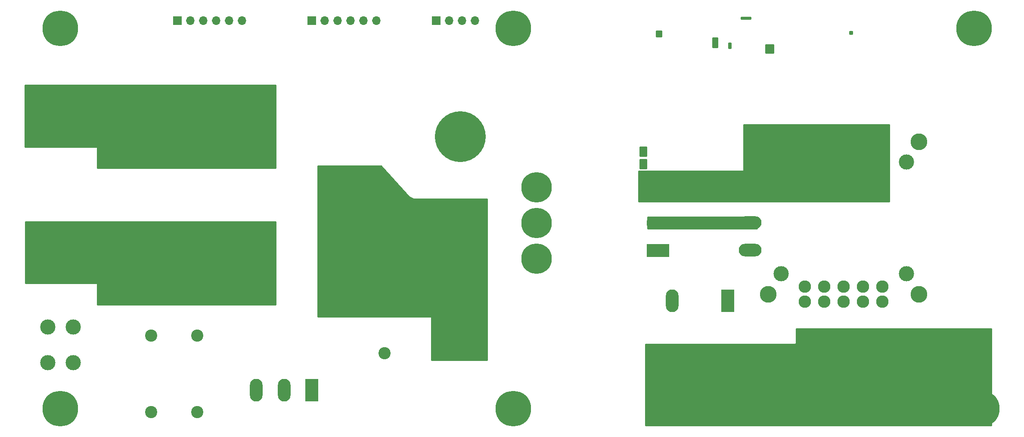
<source format=gbs>
G04 #@! TF.FileFunction,Soldermask,Bot*
%FSLAX46Y46*%
G04 Gerber Fmt 4.6, Leading zero omitted, Abs format (unit mm)*
G04 Created by KiCad (PCBNEW 4.0.7) date 06/29/18 00:02:58*
%MOMM*%
%LPD*%
G01*
G04 APERTURE LIST*
%ADD10C,0.100000*%
%ADD11R,4.500000X2.500000*%
%ADD12O,4.500000X2.500000*%
%ADD13C,6.000000*%
%ADD14C,2.450000*%
%ADD15C,3.300000*%
%ADD16C,3.000000*%
%ADD17C,7.000000*%
%ADD18R,2.500000X4.500000*%
%ADD19O,2.500000X4.500000*%
%ADD20C,10.000000*%
%ADD21C,2.400000*%
%ADD22R,1.700000X1.700000*%
%ADD23O,1.700000X1.700000*%
%ADD24C,0.254000*%
G04 APERTURE END LIST*
D10*
D11*
X245600000Y-110450000D03*
D12*
X245600000Y-115900000D03*
X245600000Y-121350000D03*
D13*
X203600000Y-123000000D03*
X203600000Y-116000000D03*
X203600000Y-109000000D03*
X163600000Y-109000000D03*
X163600000Y-116000000D03*
X163600000Y-123000000D03*
D14*
X256380000Y-101500000D03*
X260190000Y-101500000D03*
X264000000Y-101500000D03*
X267810000Y-101500000D03*
X271620000Y-101500000D03*
X271620000Y-98500000D03*
X267810000Y-98500000D03*
X264000000Y-98500000D03*
X260190000Y-98500000D03*
X256380000Y-98500000D03*
D15*
X249180000Y-100000000D03*
X278820000Y-100000000D03*
D16*
X251680000Y-104000000D03*
X276320000Y-104000000D03*
D17*
X199000000Y-77600000D03*
X110000000Y-77600000D03*
X289600000Y-77600000D03*
X199000000Y-152600000D03*
X291172000Y-152600000D03*
X110000000Y-152600000D03*
D11*
X227500000Y-121400000D03*
D12*
X227500000Y-115950000D03*
X227500000Y-110500000D03*
D18*
X159400000Y-148900000D03*
D19*
X153950000Y-148900000D03*
X148500000Y-148900000D03*
D20*
X188600000Y-99000000D03*
X188600000Y-126200000D03*
X147400000Y-126200000D03*
X147400000Y-99000000D03*
D16*
X110000000Y-118300000D03*
X110000000Y-125300000D03*
X115000000Y-118300000D03*
X105000000Y-118300000D03*
X115000000Y-125300000D03*
X105000000Y-125300000D03*
X110000000Y-91500000D03*
X110000000Y-98500000D03*
X115000000Y-91500000D03*
X105000000Y-91500000D03*
X115000000Y-98500000D03*
X105000000Y-98500000D03*
D14*
X271620000Y-128500000D03*
X267810000Y-128500000D03*
X264000000Y-128500000D03*
X260190000Y-128500000D03*
X256380000Y-128500000D03*
X256380000Y-131500000D03*
X260190000Y-131500000D03*
X264000000Y-131500000D03*
X267810000Y-131500000D03*
X271620000Y-131500000D03*
D15*
X278820000Y-130000000D03*
X249180000Y-130000000D03*
D16*
X276320000Y-126000000D03*
X251680000Y-126000000D03*
X251400000Y-149500000D03*
X251400000Y-154500000D03*
X258400000Y-149500000D03*
X258400000Y-154500000D03*
X226500000Y-149500000D03*
X226500000Y-154500000D03*
X233500000Y-149500000D03*
X233500000Y-154500000D03*
D21*
X188700000Y-141600000D03*
X173700000Y-141600000D03*
D22*
X159420000Y-76100000D03*
D23*
X161960000Y-76100000D03*
X164500000Y-76100000D03*
X167040000Y-76100000D03*
X169580000Y-76100000D03*
X172120000Y-76100000D03*
D22*
X183860000Y-76100000D03*
D23*
X186400000Y-76100000D03*
X188940000Y-76100000D03*
X191480000Y-76100000D03*
D22*
X133000000Y-76100000D03*
D23*
X135540000Y-76100000D03*
X138080000Y-76100000D03*
X140620000Y-76100000D03*
X143160000Y-76100000D03*
X145700000Y-76100000D03*
D16*
X112500000Y-136500000D03*
X107500000Y-136500000D03*
X112500000Y-143500000D03*
X107500000Y-143500000D03*
D21*
X127800000Y-153200000D03*
X127800000Y-138200000D03*
X136900000Y-138200000D03*
X136900000Y-153200000D03*
D18*
X241200000Y-131300000D03*
D19*
X230300000Y-131300000D03*
D24*
G36*
X245673000Y-75773000D02*
X243827000Y-75773000D01*
X243827000Y-75427000D01*
X245673000Y-75427000D01*
X245673000Y-75773000D01*
X245673000Y-75773000D01*
G37*
X245673000Y-75773000D02*
X243827000Y-75773000D01*
X243827000Y-75427000D01*
X245673000Y-75427000D01*
X245673000Y-75773000D01*
G36*
X241773000Y-81523000D02*
X241377000Y-81523000D01*
X241377000Y-80477000D01*
X241773000Y-80477000D01*
X241773000Y-81523000D01*
X241773000Y-81523000D01*
G37*
X241773000Y-81523000D02*
X241377000Y-81523000D01*
X241377000Y-80477000D01*
X241773000Y-80477000D01*
X241773000Y-81523000D01*
G36*
X228173000Y-79273000D02*
X227127000Y-79273000D01*
X227127000Y-78127000D01*
X228173000Y-78127000D01*
X228173000Y-79273000D01*
X228173000Y-79273000D01*
G37*
X228173000Y-79273000D02*
X227127000Y-79273000D01*
X227127000Y-78127000D01*
X228173000Y-78127000D01*
X228173000Y-79273000D01*
G36*
X239173000Y-81373000D02*
X238227000Y-81373000D01*
X238227000Y-79527000D01*
X239173000Y-79527000D01*
X239173000Y-81373000D01*
X239173000Y-81373000D01*
G37*
X239173000Y-81373000D02*
X238227000Y-81373000D01*
X238227000Y-79527000D01*
X239173000Y-79527000D01*
X239173000Y-81373000D01*
G36*
X250173000Y-82473000D02*
X248627000Y-82473000D01*
X248627000Y-80827000D01*
X250173000Y-80827000D01*
X250173000Y-82473000D01*
X250173000Y-82473000D01*
G37*
X250173000Y-82473000D02*
X248627000Y-82473000D01*
X248627000Y-80827000D01*
X250173000Y-80827000D01*
X250173000Y-82473000D01*
G36*
X265673000Y-78773000D02*
X265127000Y-78773000D01*
X265127000Y-78227000D01*
X265673000Y-78227000D01*
X265673000Y-78773000D01*
X265673000Y-78773000D01*
G37*
X265673000Y-78773000D02*
X265127000Y-78773000D01*
X265127000Y-78227000D01*
X265673000Y-78227000D01*
X265673000Y-78773000D01*
G36*
X225173000Y-102773000D02*
X223927000Y-102773000D01*
X223927000Y-101027000D01*
X225173000Y-101027000D01*
X225173000Y-102773000D01*
X225173000Y-102773000D01*
G37*
X225173000Y-102773000D02*
X223927000Y-102773000D01*
X223927000Y-101027000D01*
X225173000Y-101027000D01*
X225173000Y-102773000D01*
G36*
X225173000Y-105273000D02*
X223927000Y-105273000D01*
X223927000Y-103427000D01*
X225173000Y-103427000D01*
X225173000Y-105273000D01*
X225173000Y-105273000D01*
G37*
X225173000Y-105273000D02*
X223927000Y-105273000D01*
X223927000Y-103427000D01*
X225173000Y-103427000D01*
X225173000Y-105273000D01*
G36*
X272973000Y-111773000D02*
X223627000Y-111773000D01*
X223627000Y-105727000D01*
X244200000Y-105727000D01*
X244249410Y-105716994D01*
X244291035Y-105688553D01*
X244318315Y-105646159D01*
X244327000Y-105600000D01*
X244327000Y-96627000D01*
X272973000Y-96627000D01*
X272973000Y-111773000D01*
X272973000Y-111773000D01*
G37*
X272973000Y-111773000D02*
X223627000Y-111773000D01*
X223627000Y-105727000D01*
X244200000Y-105727000D01*
X244249410Y-105716994D01*
X244291035Y-105688553D01*
X244318315Y-105646159D01*
X244327000Y-105600000D01*
X244327000Y-96627000D01*
X272973000Y-96627000D01*
X272973000Y-111773000D01*
G36*
X246973000Y-117073000D02*
X225427000Y-117073000D01*
X225427000Y-114827000D01*
X246973000Y-114827000D01*
X246973000Y-117073000D01*
X246973000Y-117073000D01*
G37*
X246973000Y-117073000D02*
X225427000Y-117073000D01*
X225427000Y-114827000D01*
X246973000Y-114827000D01*
X246973000Y-117073000D01*
G36*
X292973000Y-155873000D02*
X225027000Y-155873000D01*
X225027000Y-139827000D01*
X254500000Y-139827000D01*
X254549410Y-139816994D01*
X254591035Y-139788553D01*
X254618315Y-139746159D01*
X254627000Y-139700000D01*
X254627000Y-136827000D01*
X292973000Y-136827000D01*
X292973000Y-155873000D01*
X292973000Y-155873000D01*
G37*
X292973000Y-155873000D02*
X225027000Y-155873000D01*
X225027000Y-139827000D01*
X254500000Y-139827000D01*
X254549410Y-139816994D01*
X254591035Y-139788553D01*
X254618315Y-139746159D01*
X254627000Y-139700000D01*
X254627000Y-136827000D01*
X292973000Y-136827000D01*
X292973000Y-155873000D01*
G36*
X152273000Y-105173000D02*
X117227000Y-105173000D01*
X117227000Y-101100000D01*
X117216994Y-101050590D01*
X117188553Y-101008965D01*
X117146159Y-100981685D01*
X117100000Y-100973000D01*
X103027000Y-100973000D01*
X103027000Y-88827000D01*
X152273000Y-88827000D01*
X152273000Y-105173000D01*
X152273000Y-105173000D01*
G37*
X152273000Y-105173000D02*
X117227000Y-105173000D01*
X117227000Y-101100000D01*
X117216994Y-101050590D01*
X117188553Y-101008965D01*
X117146159Y-100981685D01*
X117100000Y-100973000D01*
X103027000Y-100973000D01*
X103027000Y-88827000D01*
X152273000Y-88827000D01*
X152273000Y-105173000D01*
G36*
X152323000Y-132073000D02*
X117277000Y-132073000D01*
X117277000Y-128000000D01*
X117266994Y-127950590D01*
X117238553Y-127908965D01*
X117196159Y-127881685D01*
X117150000Y-127873000D01*
X103077000Y-127873000D01*
X103077000Y-115727000D01*
X152323000Y-115727000D01*
X152323000Y-132073000D01*
X152323000Y-132073000D01*
G37*
X152323000Y-132073000D02*
X117277000Y-132073000D01*
X117277000Y-128000000D01*
X117266994Y-127950590D01*
X117238553Y-127908965D01*
X117196159Y-127881685D01*
X117150000Y-127873000D01*
X103077000Y-127873000D01*
X103077000Y-115727000D01*
X152323000Y-115727000D01*
X152323000Y-132073000D01*
G36*
X178656507Y-110885954D02*
X178699972Y-110916731D01*
X179399972Y-111216731D01*
X179450000Y-111227000D01*
X193873000Y-111227000D01*
X193873000Y-142973000D01*
X182927000Y-142973000D01*
X182927000Y-134600000D01*
X182916994Y-134550590D01*
X182888553Y-134508965D01*
X182846159Y-134481685D01*
X182800285Y-134473000D01*
X160627000Y-134423284D01*
X160627000Y-104727000D01*
X172994243Y-104727000D01*
X178656507Y-110885954D01*
X178656507Y-110885954D01*
G37*
X178656507Y-110885954D02*
X178699972Y-110916731D01*
X179399972Y-111216731D01*
X179450000Y-111227000D01*
X193873000Y-111227000D01*
X193873000Y-142973000D01*
X182927000Y-142973000D01*
X182927000Y-134600000D01*
X182916994Y-134550590D01*
X182888553Y-134508965D01*
X182846159Y-134481685D01*
X182800285Y-134473000D01*
X160627000Y-134423284D01*
X160627000Y-104727000D01*
X172994243Y-104727000D01*
X178656507Y-110885954D01*
M02*

</source>
